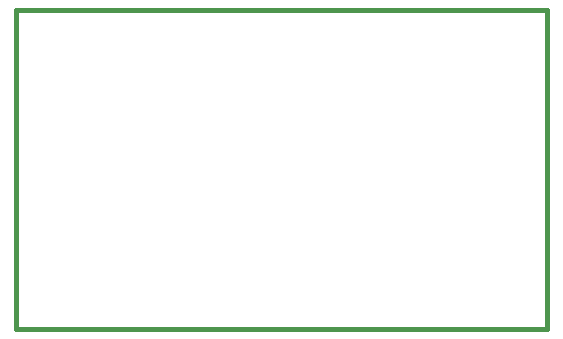
<source format=gko>
G04 (created by PCBNEW-RS274X (2012-05-21 BZR 3261)-stable) date Thu 30 May 2013 11:23:39 PM PDT*
G01*
G70*
G90*
%MOIN*%
G04 Gerber Fmt 3.4, Leading zero omitted, Abs format*
%FSLAX34Y34*%
G04 APERTURE LIST*
%ADD10C,0.008000*%
%ADD11C,0.015000*%
G04 APERTURE END LIST*
G54D10*
G54D11*
X50394Y-42520D02*
X50394Y-31890D01*
X68110Y-42520D02*
X50394Y-42520D01*
X68110Y-31890D02*
X68110Y-42520D01*
X50394Y-31890D02*
X68110Y-31890D01*
M02*

</source>
